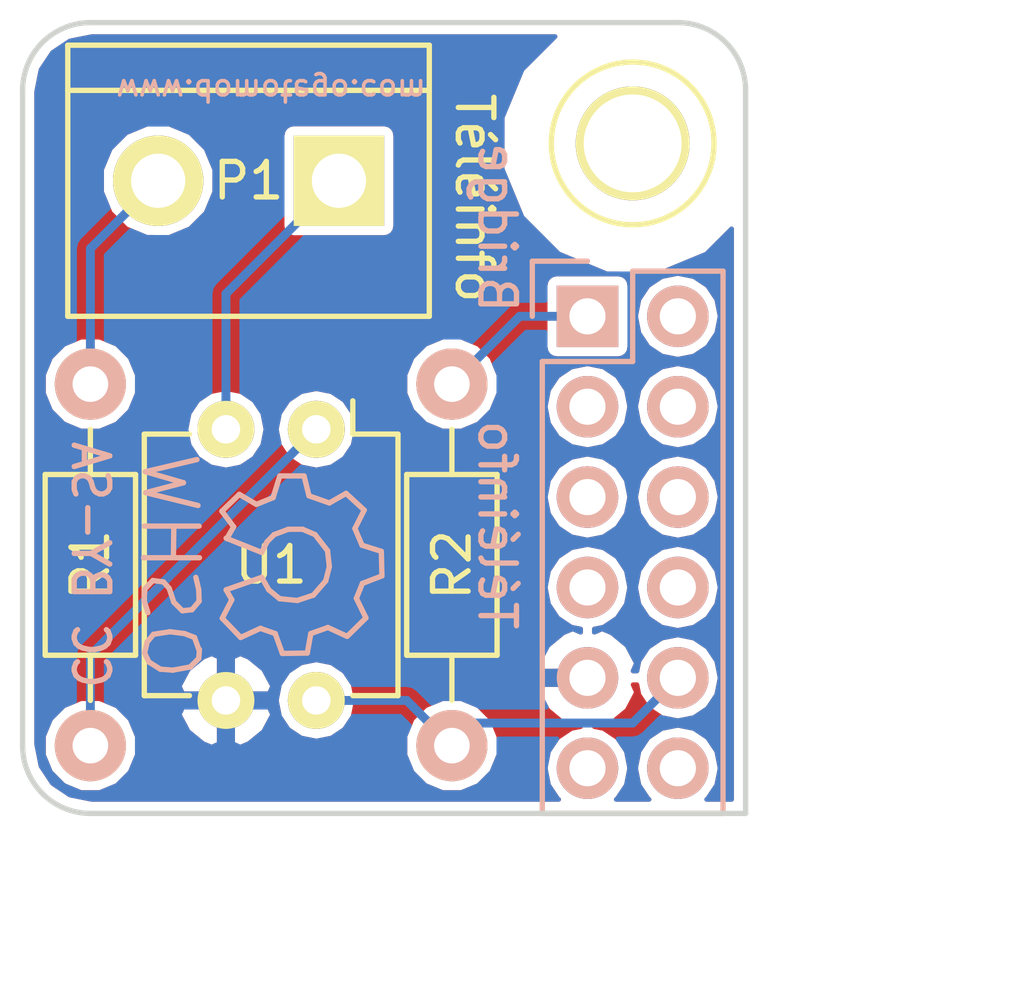
<source format=kicad_pcb>
(kicad_pcb (version 4) (host pcbnew 4.0.1-4.201602100846+6195~38~ubuntu15.10.1-stable)

  (general
    (links 7)
    (no_connects 0)
    (area 158.75 89.045 180.340001 117.843454)
    (thickness 1.6)
    (drawings 13)
    (tracks 14)
    (zones 0)
    (modules 7)
    (nets 16)
  )

  (page A4)
  (title_block
    (title "Téléinfo bridge for RPi")
    (date 2016-02-22)
    (rev 1)
    (company Domotego)
    (comment 1 https://github.com/tiramiseb/domotego_pcbs)
    (comment 2 https://www.domotego.com)
    (comment 4 "CC BY-SA")
  )

  (layers
    (0 F.Cu signal)
    (31 B.Cu signal)
    (32 B.Adhes user)
    (33 F.Adhes user)
    (34 B.Paste user)
    (35 F.Paste user)
    (36 B.SilkS user)
    (37 F.SilkS user)
    (38 B.Mask user)
    (39 F.Mask user)
    (40 Dwgs.User user)
    (41 Cmts.User user)
    (42 Eco1.User user)
    (43 Eco2.User user)
    (44 Edge.Cuts user)
    (45 Margin user)
    (46 B.CrtYd user)
    (47 F.CrtYd user)
    (48 B.Fab user)
    (49 F.Fab user)
  )

  (setup
    (last_trace_width 0.25)
    (trace_clearance 0.2)
    (zone_clearance 0.254)
    (zone_45_only no)
    (trace_min 0.2)
    (segment_width 0.2)
    (edge_width 0.15)
    (via_size 0.6)
    (via_drill 0.4)
    (via_min_size 0.4)
    (via_min_drill 0.3)
    (uvia_size 0.3)
    (uvia_drill 0.1)
    (uvias_allowed no)
    (uvia_min_size 0.2)
    (uvia_min_drill 0.1)
    (pcb_text_width 0.3)
    (pcb_text_size 1.5 1.5)
    (mod_edge_width 0.15)
    (mod_text_size 1 1)
    (mod_text_width 0.15)
    (pad_size 3.2 3.2)
    (pad_drill 2.75)
    (pad_to_mask_clearance 0.2)
    (aux_axis_origin 0 0)
    (visible_elements FFFFFF7F)
    (pcbplotparams
      (layerselection 0x010f0_80000001)
      (usegerberextensions true)
      (excludeedgelayer true)
      (linewidth 0.100000)
      (plotframeref false)
      (viasonmask false)
      (mode 1)
      (useauxorigin false)
      (hpglpennumber 1)
      (hpglpenspeed 20)
      (hpglpendiameter 15)
      (hpglpenoverlay 2)
      (psnegative false)
      (psa4output false)
      (plotreference true)
      (plotvalue true)
      (plotinvisibletext false)
      (padsonsilk false)
      (subtractmaskfromsilk false)
      (outputformat 1)
      (mirror false)
      (drillshape 0)
      (scaleselection 1)
      (outputdirectory ""))
  )

  (net 0 "")
  (net 1 "Net-(P1-Pad1)")
  (net 2 "Net-(P1-Pad2)")
  (net 3 "Net-(P2-Pad1)")
  (net 4 "Net-(R1-Pad1)")
  (net 5 GNDREF)
  (net 6 "Net-(P2-Pad3)")
  (net 7 "Net-(P2-Pad4)")
  (net 8 "Net-(P2-Pad6)")
  (net 9 "Net-(P2-Pad7)")
  (net 10 "Net-(P2-Pad8)")
  (net 11 UART)
  (net 12 "Net-(P2-Pad11)")
  (net 13 "Net-(P2-Pad12)")
  (net 14 "Net-(P2-Pad2)")
  (net 15 "Net-(P2-Pad5)")

  (net_class Default "Ceci est la Netclass par défaut"
    (clearance 0.2)
    (trace_width 0.25)
    (via_dia 0.6)
    (via_drill 0.4)
    (uvia_dia 0.3)
    (uvia_drill 0.1)
    (add_net GNDREF)
    (add_net "Net-(P1-Pad1)")
    (add_net "Net-(P1-Pad2)")
    (add_net "Net-(P2-Pad1)")
    (add_net "Net-(P2-Pad11)")
    (add_net "Net-(P2-Pad12)")
    (add_net "Net-(P2-Pad2)")
    (add_net "Net-(P2-Pad3)")
    (add_net "Net-(P2-Pad4)")
    (add_net "Net-(P2-Pad5)")
    (add_net "Net-(P2-Pad6)")
    (add_net "Net-(P2-Pad7)")
    (add_net "Net-(P2-Pad8)")
    (add_net "Net-(R1-Pad1)")
    (add_net UART)
  )

  (module Connect:bornier2 (layer F.Cu) (tedit 56BC6B3B) (tstamp 56BC6A1A)
    (at 165.735 95.25 180)
    (descr "Bornier d'alimentation 2 pins")
    (tags DEV)
    (path /56BBA00A)
    (fp_text reference P1 (at 0 0 180) (layer F.SilkS)
      (effects (font (size 1 1) (thickness 0.15)))
    )
    (fp_text value CONN_01X02 (at 0 5.08 180) (layer F.Fab) hide
      (effects (font (size 1 1) (thickness 0.15)))
    )
    (fp_line (start 5.08 2.54) (end -5.08 2.54) (layer F.SilkS) (width 0.15))
    (fp_line (start 5.08 3.81) (end 5.08 -3.81) (layer F.SilkS) (width 0.15))
    (fp_line (start 5.08 -3.81) (end -5.08 -3.81) (layer F.SilkS) (width 0.15))
    (fp_line (start -5.08 -3.81) (end -5.08 3.81) (layer F.SilkS) (width 0.15))
    (fp_line (start -5.08 3.81) (end 5.08 3.81) (layer F.SilkS) (width 0.15))
    (pad 1 thru_hole rect (at -2.54 0 180) (size 2.54 2.54) (drill 1.524) (layers *.Cu *.Mask F.SilkS)
      (net 1 "Net-(P1-Pad1)"))
    (pad 2 thru_hole circle (at 2.54 0 180) (size 2.54 2.54) (drill 1.524) (layers *.Cu *.Mask F.SilkS)
      (net 2 "Net-(P1-Pad2)"))
    (model Connect.3dshapes/bornier2.wrl
      (at (xyz 0 0 0))
      (scale (xyz 1 1 1))
      (rotate (xyz 0 0 0))
    )
  )

  (module Housings_DIP:DIP-4_W7.62mm (layer F.Cu) (tedit 56CAEDC9) (tstamp 56BC6A3E)
    (at 167.64 102.235 270)
    (descr "4-lead dip package, row spacing 7.62 mm (300 mils)")
    (tags "dil dip 2.54 300")
    (path /56BB9BD0)
    (fp_text reference U1 (at 3.81 1.27 360) (layer F.SilkS)
      (effects (font (size 1 1) (thickness 0.15)))
    )
    (fp_text value SFH620A (at 0 -3.72 270) (layer F.Fab) hide
      (effects (font (size 1 1) (thickness 0.15)))
    )
    (fp_line (start -1.05 -2.45) (end -1.05 5) (layer F.CrtYd) (width 0.05))
    (fp_line (start 8.65 -2.45) (end 8.65 5) (layer F.CrtYd) (width 0.05))
    (fp_line (start -1.05 -2.45) (end 8.65 -2.45) (layer F.CrtYd) (width 0.05))
    (fp_line (start -1.05 5) (end 8.65 5) (layer F.CrtYd) (width 0.05))
    (fp_line (start 0.135 -2.295) (end 0.135 -1.025) (layer F.SilkS) (width 0.15))
    (fp_line (start 7.485 -2.295) (end 7.485 -1.025) (layer F.SilkS) (width 0.15))
    (fp_line (start 7.485 4.835) (end 7.485 3.565) (layer F.SilkS) (width 0.15))
    (fp_line (start 0.135 4.835) (end 0.135 3.565) (layer F.SilkS) (width 0.15))
    (fp_line (start 0.135 -2.295) (end 7.485 -2.295) (layer F.SilkS) (width 0.15))
    (fp_line (start 0.135 4.835) (end 7.485 4.835) (layer F.SilkS) (width 0.15))
    (fp_line (start 0.135 -1.025) (end -0.8 -1.025) (layer F.SilkS) (width 0.15))
    (pad 1 thru_hole oval (at 0 0 270) (size 1.6 1.6) (drill 0.8) (layers *.Cu *.Mask F.SilkS)
      (net 4 "Net-(R1-Pad1)"))
    (pad 2 thru_hole oval (at 0 2.54 270) (size 1.6 1.6) (drill 0.8) (layers *.Cu *.Mask F.SilkS)
      (net 1 "Net-(P1-Pad1)"))
    (pad 3 thru_hole oval (at 7.62 2.54 270) (size 1.6 1.6) (drill 0.8) (layers *.Cu *.Mask F.SilkS)
      (net 5 GNDREF))
    (pad 4 thru_hole oval (at 7.62 0 270) (size 1.6 1.6) (drill 0.8) (layers *.Cu *.Mask F.SilkS)
      (net 11 UART))
    (model Housings_DIP.3dshapes/DIP-4_W7.62mm.wrl
      (at (xyz 0 0 0))
      (scale (xyz 1 1 1))
      (rotate (xyz 0 0 0))
    )
  )

  (module Resistors_ThroughHole:Resistor_Horizontal_RM10mm (layer F.Cu) (tedit 56BC6B4D) (tstamp 56BC6A30)
    (at 161.29 111.125 90)
    (descr "Resistor, Axial,  RM 10mm, 1/3W")
    (tags "Resistor Axial RM 10mm 1/3W")
    (path /56BB9C70)
    (fp_text reference R1 (at 5.08 0 90) (layer F.SilkS)
      (effects (font (size 1 1) (thickness 0.15)))
    )
    (fp_text value 1.2k (at 5.08 3.81 90) (layer F.Fab) hide
      (effects (font (size 1 1) (thickness 0.15)))
    )
    (fp_line (start -1.25 -1.5) (end 11.4 -1.5) (layer F.CrtYd) (width 0.05))
    (fp_line (start -1.25 1.5) (end -1.25 -1.5) (layer F.CrtYd) (width 0.05))
    (fp_line (start 11.4 -1.5) (end 11.4 1.5) (layer F.CrtYd) (width 0.05))
    (fp_line (start -1.25 1.5) (end 11.4 1.5) (layer F.CrtYd) (width 0.05))
    (fp_line (start 2.54 -1.27) (end 7.62 -1.27) (layer F.SilkS) (width 0.15))
    (fp_line (start 7.62 -1.27) (end 7.62 1.27) (layer F.SilkS) (width 0.15))
    (fp_line (start 7.62 1.27) (end 2.54 1.27) (layer F.SilkS) (width 0.15))
    (fp_line (start 2.54 1.27) (end 2.54 -1.27) (layer F.SilkS) (width 0.15))
    (fp_line (start 2.54 0) (end 1.27 0) (layer F.SilkS) (width 0.15))
    (fp_line (start 7.62 0) (end 8.89 0) (layer F.SilkS) (width 0.15))
    (pad 1 thru_hole circle (at 0 0 90) (size 1.99898 1.99898) (drill 1.00076) (layers *.Cu *.SilkS *.Mask)
      (net 4 "Net-(R1-Pad1)"))
    (pad 2 thru_hole circle (at 10.16 0 90) (size 1.99898 1.99898) (drill 1.00076) (layers *.Cu *.SilkS *.Mask)
      (net 2 "Net-(P1-Pad2)"))
    (model Resistors_ThroughHole.3dshapes/Resistor_Horizontal_RM10mm.wrl
      (at (xyz 0.2 0 0))
      (scale (xyz 0.4 0.4 0.4))
      (rotate (xyz 0 0 0))
    )
  )

  (module Socket_Strips:Socket_Strip_Straight_2x06 (layer B.Cu) (tedit 56BC6B98) (tstamp 56BC6A2A)
    (at 175.26 99.06 270)
    (descr "Through hole socket strip")
    (tags "socket strip")
    (path /56BC6909)
    (fp_text reference P2 (at 0 5.1 270) (layer B.SilkS) hide
      (effects (font (size 1 1) (thickness 0.15)) (justify mirror))
    )
    (fp_text value CONN_02X06 (at 0 3.1 270) (layer B.Fab) hide
      (effects (font (size 1 1) (thickness 0.15)) (justify mirror))
    )
    (fp_line (start -1.75 1.75) (end -1.75 -4.3) (layer B.CrtYd) (width 0.05))
    (fp_line (start 14.45 1.75) (end 14.45 -4.3) (layer B.CrtYd) (width 0.05))
    (fp_line (start -1.75 1.75) (end 14.45 1.75) (layer B.CrtYd) (width 0.05))
    (fp_line (start -1.75 -4.3) (end 14.45 -4.3) (layer B.CrtYd) (width 0.05))
    (fp_line (start 13.97 -3.81) (end -1.27 -3.81) (layer B.SilkS) (width 0.15))
    (fp_line (start 1.27 1.27) (end 13.97 1.27) (layer B.SilkS) (width 0.15))
    (fp_line (start 13.97 -3.81) (end 13.97 1.27) (layer B.SilkS) (width 0.15))
    (fp_line (start -1.27 -3.81) (end -1.27 -1.27) (layer B.SilkS) (width 0.15))
    (fp_line (start 0 1.55) (end -1.55 1.55) (layer B.SilkS) (width 0.15))
    (fp_line (start -1.27 -1.27) (end 1.27 -1.27) (layer B.SilkS) (width 0.15))
    (fp_line (start 1.27 -1.27) (end 1.27 1.27) (layer B.SilkS) (width 0.15))
    (fp_line (start -1.55 1.55) (end -1.55 0) (layer B.SilkS) (width 0.15))
    (pad 1 thru_hole rect (at 0 0 270) (size 1.7272 1.7272) (drill 1.016) (layers *.Cu *.Mask B.SilkS)
      (net 3 "Net-(P2-Pad1)"))
    (pad 2 thru_hole oval (at 0 -2.54 270) (size 1.7272 1.7272) (drill 1.016) (layers *.Cu *.Mask B.SilkS)
      (net 14 "Net-(P2-Pad2)"))
    (pad 3 thru_hole oval (at 2.54 0 270) (size 1.7272 1.7272) (drill 1.016) (layers *.Cu *.Mask B.SilkS)
      (net 6 "Net-(P2-Pad3)"))
    (pad 4 thru_hole oval (at 2.54 -2.54 270) (size 1.7272 1.7272) (drill 1.016) (layers *.Cu *.Mask B.SilkS)
      (net 7 "Net-(P2-Pad4)"))
    (pad 5 thru_hole oval (at 5.08 0 270) (size 1.7272 1.7272) (drill 1.016) (layers *.Cu *.Mask B.SilkS)
      (net 15 "Net-(P2-Pad5)"))
    (pad 6 thru_hole oval (at 5.08 -2.54 270) (size 1.7272 1.7272) (drill 1.016) (layers *.Cu *.Mask B.SilkS)
      (net 8 "Net-(P2-Pad6)"))
    (pad 7 thru_hole oval (at 7.62 0 270) (size 1.7272 1.7272) (drill 1.016) (layers *.Cu *.Mask B.SilkS)
      (net 9 "Net-(P2-Pad7)"))
    (pad 8 thru_hole oval (at 7.62 -2.54 270) (size 1.7272 1.7272) (drill 1.016) (layers *.Cu *.Mask B.SilkS)
      (net 10 "Net-(P2-Pad8)"))
    (pad 9 thru_hole oval (at 10.16 0 270) (size 1.7272 1.7272) (drill 1.016) (layers *.Cu *.Mask B.SilkS)
      (net 5 GNDREF))
    (pad 10 thru_hole oval (at 10.16 -2.54 270) (size 1.7272 1.7272) (drill 1.016) (layers *.Cu *.Mask B.SilkS)
      (net 11 UART))
    (pad 11 thru_hole oval (at 12.7 0 270) (size 1.7272 1.7272) (drill 1.016) (layers *.Cu *.Mask B.SilkS)
      (net 12 "Net-(P2-Pad11)"))
    (pad 12 thru_hole oval (at 12.7 -2.54 270) (size 1.7272 1.7272) (drill 1.016) (layers *.Cu *.Mask B.SilkS)
      (net 13 "Net-(P2-Pad12)"))
    (model Socket_Strips.3dshapes/Socket_Strip_Straight_2x06.wrl
      (at (xyz 0.25 -0.05 0))
      (scale (xyz 1 1 1))
      (rotate (xyz 0 0 180))
    )
  )

  (module Resistors_ThroughHole:Resistor_Horizontal_RM10mm (layer F.Cu) (tedit 56BC6B46) (tstamp 56BC6A36)
    (at 171.45 100.965 270)
    (descr "Resistor, Axial,  RM 10mm, 1/3W")
    (tags "Resistor Axial RM 10mm 1/3W")
    (path /56BB9CC9)
    (fp_text reference R2 (at 5.08 0 270) (layer F.SilkS)
      (effects (font (size 1 1) (thickness 0.15)))
    )
    (fp_text value 3.3k (at 5.08 3.81 270) (layer F.Fab) hide
      (effects (font (size 1 1) (thickness 0.15)))
    )
    (fp_line (start -1.25 -1.5) (end 11.4 -1.5) (layer F.CrtYd) (width 0.05))
    (fp_line (start -1.25 1.5) (end -1.25 -1.5) (layer F.CrtYd) (width 0.05))
    (fp_line (start 11.4 -1.5) (end 11.4 1.5) (layer F.CrtYd) (width 0.05))
    (fp_line (start -1.25 1.5) (end 11.4 1.5) (layer F.CrtYd) (width 0.05))
    (fp_line (start 2.54 -1.27) (end 7.62 -1.27) (layer F.SilkS) (width 0.15))
    (fp_line (start 7.62 -1.27) (end 7.62 1.27) (layer F.SilkS) (width 0.15))
    (fp_line (start 7.62 1.27) (end 2.54 1.27) (layer F.SilkS) (width 0.15))
    (fp_line (start 2.54 1.27) (end 2.54 -1.27) (layer F.SilkS) (width 0.15))
    (fp_line (start 2.54 0) (end 1.27 0) (layer F.SilkS) (width 0.15))
    (fp_line (start 7.62 0) (end 8.89 0) (layer F.SilkS) (width 0.15))
    (pad 1 thru_hole circle (at 0 0 270) (size 1.99898 1.99898) (drill 1.00076) (layers *.Cu *.SilkS *.Mask)
      (net 3 "Net-(P2-Pad1)"))
    (pad 2 thru_hole circle (at 10.16 0 270) (size 1.99898 1.99898) (drill 1.00076) (layers *.Cu *.SilkS *.Mask)
      (net 11 UART))
    (model Resistors_ThroughHole.3dshapes/Resistor_Horizontal_RM10mm.wrl
      (at (xyz 0.2 0 0))
      (scale (xyz 0.4 0.4 0.4))
      (rotate (xyz 0 0 0))
    )
  )

  (module Symbols:Symbol_OSHW-Logo_SilkScreen (layer B.Cu) (tedit 56BC7717) (tstamp 56BC76F8)
    (at 167.005 106.045 90)
    (descr "Symbol, OSHW-Logo, Silk Screen,")
    (tags "Symbol, OSHW-Logo, Silk Screen,")
    (fp_text reference REF** (at 0.09906 4.38912 90) (layer B.SilkS) hide
      (effects (font (size 1 1) (thickness 0.15)) (justify mirror))
    )
    (fp_text value Symbol_OSHW-Logo_SilkScreen (at 0.30988 -6.56082 90) (layer B.Fab) hide
      (effects (font (size 1 1) (thickness 0.15)) (justify mirror))
    )
    (fp_line (start 1.66878 -2.68986) (end 2.02946 -4.16052) (layer B.SilkS) (width 0.15))
    (fp_line (start 2.02946 -4.16052) (end 2.30886 -3.0988) (layer B.SilkS) (width 0.15))
    (fp_line (start 2.30886 -3.0988) (end 2.61874 -4.17068) (layer B.SilkS) (width 0.15))
    (fp_line (start 2.61874 -4.17068) (end 2.9591 -2.72034) (layer B.SilkS) (width 0.15))
    (fp_line (start 0.24892 -3.38074) (end 1.03886 -3.37058) (layer B.SilkS) (width 0.15))
    (fp_line (start 1.03886 -3.37058) (end 1.04902 -3.38074) (layer B.SilkS) (width 0.15))
    (fp_line (start 1.04902 -3.38074) (end 1.04902 -3.37058) (layer B.SilkS) (width 0.15))
    (fp_line (start 1.08966 -2.65938) (end 1.08966 -4.20116) (layer B.SilkS) (width 0.15))
    (fp_line (start 0.20066 -2.64922) (end 0.20066 -4.21894) (layer B.SilkS) (width 0.15))
    (fp_line (start 0.20066 -4.21894) (end 0.21082 -4.20878) (layer B.SilkS) (width 0.15))
    (fp_line (start -0.35052 -2.75082) (end -0.70104 -2.66954) (layer B.SilkS) (width 0.15))
    (fp_line (start -0.70104 -2.66954) (end -1.02108 -2.65938) (layer B.SilkS) (width 0.15))
    (fp_line (start -1.02108 -2.65938) (end -1.25984 -2.86004) (layer B.SilkS) (width 0.15))
    (fp_line (start -1.25984 -2.86004) (end -1.29032 -3.12928) (layer B.SilkS) (width 0.15))
    (fp_line (start -1.29032 -3.12928) (end -1.04902 -3.37058) (layer B.SilkS) (width 0.15))
    (fp_line (start -1.04902 -3.37058) (end -0.6604 -3.50012) (layer B.SilkS) (width 0.15))
    (fp_line (start -0.6604 -3.50012) (end -0.48006 -3.66014) (layer B.SilkS) (width 0.15))
    (fp_line (start -0.48006 -3.66014) (end -0.43942 -3.95986) (layer B.SilkS) (width 0.15))
    (fp_line (start -0.43942 -3.95986) (end -0.67056 -4.18084) (layer B.SilkS) (width 0.15))
    (fp_line (start -0.67056 -4.18084) (end -0.9906 -4.20878) (layer B.SilkS) (width 0.15))
    (fp_line (start -0.9906 -4.20878) (end -1.34112 -4.09956) (layer B.SilkS) (width 0.15))
    (fp_line (start -2.37998 -2.64922) (end -2.6289 -2.66954) (layer B.SilkS) (width 0.15))
    (fp_line (start -2.6289 -2.66954) (end -2.8702 -2.91084) (layer B.SilkS) (width 0.15))
    (fp_line (start -2.8702 -2.91084) (end -2.9591 -3.40106) (layer B.SilkS) (width 0.15))
    (fp_line (start -2.9591 -3.40106) (end -2.93116 -3.74904) (layer B.SilkS) (width 0.15))
    (fp_line (start -2.93116 -3.74904) (end -2.7305 -4.06908) (layer B.SilkS) (width 0.15))
    (fp_line (start -2.7305 -4.06908) (end -2.47904 -4.191) (layer B.SilkS) (width 0.15))
    (fp_line (start -2.47904 -4.191) (end -2.16916 -4.11988) (layer B.SilkS) (width 0.15))
    (fp_line (start -2.16916 -4.11988) (end -1.95072 -3.93954) (layer B.SilkS) (width 0.15))
    (fp_line (start -1.95072 -3.93954) (end -1.8796 -3.4798) (layer B.SilkS) (width 0.15))
    (fp_line (start -1.8796 -3.4798) (end -1.9304 -3.07086) (layer B.SilkS) (width 0.15))
    (fp_line (start -1.9304 -3.07086) (end -2.03962 -2.78892) (layer B.SilkS) (width 0.15))
    (fp_line (start -2.03962 -2.78892) (end -2.4003 -2.65938) (layer B.SilkS) (width 0.15))
    (fp_line (start -1.78054 -0.92964) (end -2.03962 -1.49098) (layer B.SilkS) (width 0.15))
    (fp_line (start -2.03962 -1.49098) (end -1.50114 -2.00914) (layer B.SilkS) (width 0.15))
    (fp_line (start -1.50114 -2.00914) (end -0.98044 -1.7399) (layer B.SilkS) (width 0.15))
    (fp_line (start -0.98044 -1.7399) (end -0.70104 -1.89992) (layer B.SilkS) (width 0.15))
    (fp_line (start 0.73914 -1.8796) (end 1.06934 -1.6891) (layer B.SilkS) (width 0.15))
    (fp_line (start 1.06934 -1.6891) (end 1.50876 -2.0193) (layer B.SilkS) (width 0.15))
    (fp_line (start 1.50876 -2.0193) (end 1.9812 -1.52908) (layer B.SilkS) (width 0.15))
    (fp_line (start 1.9812 -1.52908) (end 1.69926 -1.04902) (layer B.SilkS) (width 0.15))
    (fp_line (start 1.69926 -1.04902) (end 1.88976 -0.57912) (layer B.SilkS) (width 0.15))
    (fp_line (start 1.88976 -0.57912) (end 2.49936 -0.39116) (layer B.SilkS) (width 0.15))
    (fp_line (start 2.49936 -0.39116) (end 2.49936 0.28956) (layer B.SilkS) (width 0.15))
    (fp_line (start 2.49936 0.28956) (end 1.94056 0.42926) (layer B.SilkS) (width 0.15))
    (fp_line (start 1.94056 0.42926) (end 1.7399 1.00076) (layer B.SilkS) (width 0.15))
    (fp_line (start 1.7399 1.00076) (end 2.00914 1.47066) (layer B.SilkS) (width 0.15))
    (fp_line (start 2.00914 1.47066) (end 1.53924 1.9812) (layer B.SilkS) (width 0.15))
    (fp_line (start 1.53924 1.9812) (end 1.02108 1.71958) (layer B.SilkS) (width 0.15))
    (fp_line (start 1.02108 1.71958) (end 0.55118 1.92024) (layer B.SilkS) (width 0.15))
    (fp_line (start 0.55118 1.92024) (end 0.381 2.46126) (layer B.SilkS) (width 0.15))
    (fp_line (start 0.381 2.46126) (end -0.30988 2.47904) (layer B.SilkS) (width 0.15))
    (fp_line (start -0.30988 2.47904) (end -0.5207 1.9304) (layer B.SilkS) (width 0.15))
    (fp_line (start -0.5207 1.9304) (end -0.9398 1.76022) (layer B.SilkS) (width 0.15))
    (fp_line (start -0.9398 1.76022) (end -1.49098 2.02946) (layer B.SilkS) (width 0.15))
    (fp_line (start -1.49098 2.02946) (end -2.00914 1.50114) (layer B.SilkS) (width 0.15))
    (fp_line (start -2.00914 1.50114) (end -1.76022 0.96012) (layer B.SilkS) (width 0.15))
    (fp_line (start -1.76022 0.96012) (end -1.9304 0.48006) (layer B.SilkS) (width 0.15))
    (fp_line (start -1.9304 0.48006) (end -2.47904 0.381) (layer B.SilkS) (width 0.15))
    (fp_line (start -2.47904 0.381) (end -2.4892 -0.32004) (layer B.SilkS) (width 0.15))
    (fp_line (start -2.4892 -0.32004) (end -1.9304 -0.5207) (layer B.SilkS) (width 0.15))
    (fp_line (start -1.9304 -0.5207) (end -1.7907 -0.91948) (layer B.SilkS) (width 0.15))
    (fp_line (start 0.35052 -0.89916) (end 0.65024 -0.7493) (layer B.SilkS) (width 0.15))
    (fp_line (start 0.65024 -0.7493) (end 0.8509 -0.55118) (layer B.SilkS) (width 0.15))
    (fp_line (start 0.8509 -0.55118) (end 1.00076 -0.14986) (layer B.SilkS) (width 0.15))
    (fp_line (start 1.00076 -0.14986) (end 1.00076 0.24892) (layer B.SilkS) (width 0.15))
    (fp_line (start 1.00076 0.24892) (end 0.8509 0.59944) (layer B.SilkS) (width 0.15))
    (fp_line (start 0.8509 0.59944) (end 0.39878 0.94996) (layer B.SilkS) (width 0.15))
    (fp_line (start 0.39878 0.94996) (end -0.0508 1.00076) (layer B.SilkS) (width 0.15))
    (fp_line (start -0.0508 1.00076) (end -0.44958 0.89916) (layer B.SilkS) (width 0.15))
    (fp_line (start -0.44958 0.89916) (end -0.8509 0.55118) (layer B.SilkS) (width 0.15))
    (fp_line (start -0.8509 0.55118) (end -1.00076 0.09906) (layer B.SilkS) (width 0.15))
    (fp_line (start -1.00076 0.09906) (end -0.94996 -0.39878) (layer B.SilkS) (width 0.15))
    (fp_line (start -0.94996 -0.39878) (end -0.70104 -0.70104) (layer B.SilkS) (width 0.15))
    (fp_line (start -0.70104 -0.70104) (end -0.35052 -0.89916) (layer B.SilkS) (width 0.15))
    (fp_line (start -0.35052 -0.89916) (end -0.70104 -1.89992) (layer B.SilkS) (width 0.15))
    (fp_line (start 0.35052 -0.89916) (end 0.7493 -1.89992) (layer B.SilkS) (width 0.15))
  )

  (module Connect:1pin (layer F.Cu) (tedit 56CAFC50) (tstamp 56CAF064)
    (at 176.53 94.2)
    (descr "module 1 pin (ou trou mecanique de percage)")
    (tags DEV)
    (fp_text reference REF** (at 0 -3.048) (layer F.SilkS) hide
      (effects (font (size 1 1) (thickness 0.15)))
    )
    (fp_text value 1pin (at 0 2.794) (layer F.Fab) hide
      (effects (font (size 1 1) (thickness 0.15)))
    )
    (fp_circle (center 0 0) (end 0 -2.286) (layer F.SilkS) (width 0.15))
    (pad 1 thru_hole circle (at 0 0) (size 3.2 3.2) (drill 2.75) (layers *.Cu *.Mask F.SilkS)
      (clearance 2))
  )

  (dimension 20.32 (width 0.3) (layer Cmts.User)
    (gr_text "20,320 mm" (at 169.545 118.825) (layer Cmts.User)
      (effects (font (size 1.5 1.5) (thickness 0.3)))
    )
    (feature1 (pts (xy 179.705 114.935) (xy 179.705 120.175)))
    (feature2 (pts (xy 159.385 114.935) (xy 159.385 120.175)))
    (crossbar (pts (xy 159.385 117.475) (xy 179.705 117.475)))
    (arrow1a (pts (xy 179.705 117.475) (xy 178.578496 118.061421)))
    (arrow1b (pts (xy 179.705 117.475) (xy 178.578496 116.888579)))
    (arrow2a (pts (xy 159.385 117.475) (xy 160.511504 118.061421)))
    (arrow2b (pts (xy 159.385 117.475) (xy 160.511504 116.888579)))
  )
  (dimension 22.225 (width 0.3) (layer Cmts.User)
    (gr_text "22,225 mm" (at 184.865 101.9175 270) (layer Cmts.User)
      (effects (font (size 1.5 1.5) (thickness 0.3)))
    )
    (feature1 (pts (xy 181.61 113.03) (xy 186.215 113.03)))
    (feature2 (pts (xy 181.61 90.805) (xy 186.215 90.805)))
    (crossbar (pts (xy 183.515 90.805) (xy 183.515 113.03)))
    (arrow1a (pts (xy 183.515 113.03) (xy 182.928579 111.903496)))
    (arrow1b (pts (xy 183.515 113.03) (xy 184.101421 111.903496)))
    (arrow2a (pts (xy 183.515 90.805) (xy 182.928579 91.931504)))
    (arrow2b (pts (xy 183.515 90.805) (xy 184.101421 91.931504)))
  )
  (gr_text "CC BY-SA" (at 161.29 106.045 270) (layer B.SilkS)
    (effects (font (size 1 0.9) (thickness 0.15)) (justify mirror))
  )
  (gr_line (start 177.8 90.805) (end 161.29 90.805) (angle 90) (layer Edge.Cuts) (width 0.15))
  (gr_line (start 159.385 111.125) (end 159.385 92.71) (angle 90) (layer Edge.Cuts) (width 0.15))
  (gr_line (start 179.705 92.71) (end 179.705 113.03) (angle 90) (layer Edge.Cuts) (width 0.15))
  (gr_line (start 179.705 113.03) (end 161.29 113.03) (angle 90) (layer Edge.Cuts) (width 0.15))
  (gr_arc (start 161.29 111.125) (end 161.29 113.03) (angle 90) (layer Edge.Cuts) (width 0.15))
  (gr_arc (start 177.8 92.71) (end 177.8 90.805) (angle 90) (layer Edge.Cuts) (width 0.15))
  (gr_arc (start 161.29 92.71) (end 159.385 92.71) (angle 90) (layer Edge.Cuts) (width 0.15))
  (gr_text Téléinfo (at 172.085 92.71 270) (layer F.SilkS)
    (effects (font (size 1 1) (thickness 0.15)) (justify left))
  )
  (gr_text www.domotego.com (at 166.37 92.71 180) (layer B.SilkS)
    (effects (font (size 0.6 0.6) (thickness 0.1)) (justify mirror))
  )
  (gr_text "Téléinfo    Bridge" (at 172.72 107.95 270) (layer B.SilkS)
    (effects (font (size 1 1) (thickness 0.15)) (justify left mirror))
  )

  (segment (start 165.1 102.235) (end 165.1 98.425) (width 0.25) (layer B.Cu) (net 1))
  (segment (start 165.1 98.425) (end 168.275 95.25) (width 0.25) (layer B.Cu) (net 1) (tstamp 56CAF155))
  (segment (start 161.29 100.965) (end 161.29 97.155) (width 0.25) (layer B.Cu) (net 2))
  (segment (start 161.29 97.155) (end 163.195 95.25) (width 0.25) (layer B.Cu) (net 2) (tstamp 56CAF151))
  (segment (start 175.26 99.06) (end 173.355 99.06) (width 0.25) (layer B.Cu) (net 3))
  (segment (start 173.355 99.06) (end 171.45 100.965) (width 0.25) (layer B.Cu) (net 3) (tstamp 56CAF168))
  (segment (start 175.26 99.06) (end 174.625 99.06) (width 0.25) (layer B.Cu) (net 3) (status 30))
  (segment (start 161.29 111.125) (end 161.29 108.585) (width 0.25) (layer B.Cu) (net 4))
  (segment (start 161.29 108.585) (end 167.64 102.235) (width 0.25) (layer B.Cu) (net 4) (tstamp 56CAF159))
  (segment (start 167.64 109.855) (end 170.18 109.855) (width 0.25) (layer B.Cu) (net 11))
  (segment (start 170.18 109.855) (end 171.45 111.125) (width 0.25) (layer B.Cu) (net 11) (tstamp 56CAF164))
  (segment (start 177.8 109.22) (end 176.53 110.49) (width 0.25) (layer B.Cu) (net 11))
  (segment (start 176.53 110.49) (end 172.085 110.49) (width 0.25) (layer B.Cu) (net 11) (tstamp 56CAF15F))
  (segment (start 172.085 110.49) (end 171.45 111.125) (width 0.25) (layer B.Cu) (net 11) (tstamp 56CAF160))

  (zone (net 5) (net_name GNDREF) (layer F.Cu) (tstamp 56CAFB1E) (hatch edge 0.508)
    (connect_pads (clearance 0.254))
    (min_thickness 0.127)
    (fill yes (arc_segments 16) (thermal_gap 0.508) (thermal_bridge_width 0.508))
    (polygon
      (pts
        (xy 158.75 90.17) (xy 180.34 90.17) (xy 180.34 113.665) (xy 158.75 113.665)
      )
    )
    (filled_polygon
      (pts
        (xy 173.426047 92.122085) (xy 172.867138 93.468088) (xy 172.865866 94.925518) (xy 173.422425 96.272495) (xy 174.452085 97.303953)
        (xy 175.798088 97.862862) (xy 177.255518 97.864134) (xy 178.602495 97.307575) (xy 179.3125 96.598808) (xy 179.3125 112.6375)
        (xy 178.606434 112.6375) (xy 178.635164 112.618303) (xy 178.891194 112.235126) (xy 178.9811 111.783139) (xy 178.9811 111.736861)
        (xy 178.891194 111.284874) (xy 178.635164 110.901697) (xy 178.251987 110.645667) (xy 177.8 110.555761) (xy 177.348013 110.645667)
        (xy 176.964836 110.901697) (xy 176.708806 111.284874) (xy 176.6189 111.736861) (xy 176.6189 111.783139) (xy 176.708806 112.235126)
        (xy 176.964836 112.618303) (xy 176.993566 112.6375) (xy 176.066434 112.6375) (xy 176.095164 112.618303) (xy 176.351194 112.235126)
        (xy 176.4411 111.783139) (xy 176.4411 111.736861) (xy 176.351194 111.284874) (xy 176.095164 110.901697) (xy 175.711987 110.645667)
        (xy 175.450502 110.593654) (xy 175.450502 110.498107) (xy 175.670667 110.595087) (xy 175.941957 110.48273) (xy 176.373272 110.125637)
        (xy 176.635102 109.630669) (xy 176.539541 109.410502) (xy 176.652191 109.410502) (xy 176.708806 109.695126) (xy 176.964836 110.078303)
        (xy 177.348013 110.334333) (xy 177.8 110.424239) (xy 178.251987 110.334333) (xy 178.635164 110.078303) (xy 178.891194 109.695126)
        (xy 178.9811 109.243139) (xy 178.9811 109.196861) (xy 178.891194 108.744874) (xy 178.635164 108.361697) (xy 178.251987 108.105667)
        (xy 177.8 108.015761) (xy 177.348013 108.105667) (xy 176.964836 108.361697) (xy 176.708806 108.744874) (xy 176.652191 109.029498)
        (xy 176.539541 109.029498) (xy 176.635102 108.809331) (xy 176.373272 108.314363) (xy 175.941957 107.95727) (xy 175.670667 107.844913)
        (xy 175.450502 107.941893) (xy 175.450502 107.846346) (xy 175.711987 107.794333) (xy 176.095164 107.538303) (xy 176.351194 107.155126)
        (xy 176.4411 106.703139) (xy 176.4411 106.656861) (xy 176.6189 106.656861) (xy 176.6189 106.703139) (xy 176.708806 107.155126)
        (xy 176.964836 107.538303) (xy 177.348013 107.794333) (xy 177.8 107.884239) (xy 178.251987 107.794333) (xy 178.635164 107.538303)
        (xy 178.891194 107.155126) (xy 178.9811 106.703139) (xy 178.9811 106.656861) (xy 178.891194 106.204874) (xy 178.635164 105.821697)
        (xy 178.251987 105.565667) (xy 177.8 105.475761) (xy 177.348013 105.565667) (xy 176.964836 105.821697) (xy 176.708806 106.204874)
        (xy 176.6189 106.656861) (xy 176.4411 106.656861) (xy 176.351194 106.204874) (xy 176.095164 105.821697) (xy 175.711987 105.565667)
        (xy 175.26 105.475761) (xy 174.808013 105.565667) (xy 174.424836 105.821697) (xy 174.168806 106.204874) (xy 174.0789 106.656861)
        (xy 174.0789 106.703139) (xy 174.168806 107.155126) (xy 174.424836 107.538303) (xy 174.808013 107.794333) (xy 175.069498 107.846346)
        (xy 175.069498 107.941893) (xy 174.849333 107.844913) (xy 174.578043 107.95727) (xy 174.146728 108.314363) (xy 173.884898 108.809331)
        (xy 173.98046 109.0295) (xy 175.0695 109.0295) (xy 175.0695 109.0095) (xy 175.4505 109.0095) (xy 175.4505 109.0295)
        (xy 175.4705 109.0295) (xy 175.4705 109.4105) (xy 175.4505 109.4105) (xy 175.4505 109.4305) (xy 175.0695 109.4305)
        (xy 175.0695 109.4105) (xy 173.98046 109.4105) (xy 173.884898 109.630669) (xy 174.146728 110.125637) (xy 174.578043 110.48273)
        (xy 174.849333 110.595087) (xy 175.069498 110.498107) (xy 175.069498 110.593654) (xy 174.808013 110.645667) (xy 174.424836 110.901697)
        (xy 174.168806 111.284874) (xy 174.0789 111.736861) (xy 174.0789 111.783139) (xy 174.168806 112.235126) (xy 174.424836 112.618303)
        (xy 174.453566 112.6375) (xy 161.328657 112.6375) (xy 160.714136 112.515265) (xy 160.225937 112.18906) (xy 159.899735 111.700864)
        (xy 159.837069 111.385816) (xy 159.972782 111.385816) (xy 160.172859 111.87004) (xy 160.543011 112.240838) (xy 161.026885 112.441761)
        (xy 161.550816 112.442218) (xy 162.03504 112.242141) (xy 162.405838 111.871989) (xy 162.606761 111.388115) (xy 162.606763 111.385816)
        (xy 170.132782 111.385816) (xy 170.332859 111.87004) (xy 170.703011 112.240838) (xy 171.186885 112.441761) (xy 171.710816 112.442218)
        (xy 172.19504 112.242141) (xy 172.565838 111.871989) (xy 172.766761 111.388115) (xy 172.767218 110.864184) (xy 172.567141 110.37996)
        (xy 172.196989 110.009162) (xy 171.713115 109.808239) (xy 171.189184 109.807782) (xy 170.70496 110.007859) (xy 170.334162 110.378011)
        (xy 170.133239 110.861885) (xy 170.132782 111.385816) (xy 162.606763 111.385816) (xy 162.607218 110.864184) (xy 162.407141 110.37996)
        (xy 162.283025 110.255627) (xy 163.788302 110.255627) (xy 164.041462 110.727096) (xy 164.455775 111.065797) (xy 164.699375 111.166682)
        (xy 164.9095 111.068767) (xy 164.9095 110.0455) (xy 165.2905 110.0455) (xy 165.2905 111.068767) (xy 165.500625 111.166682)
        (xy 165.744225 111.065797) (xy 166.158538 110.727096) (xy 166.411698 110.255627) (xy 166.315346 110.0455) (xy 165.2905 110.0455)
        (xy 164.9095 110.0455) (xy 163.884654 110.0455) (xy 163.788302 110.255627) (xy 162.283025 110.255627) (xy 162.036989 110.009162)
        (xy 161.613004 109.833107) (xy 166.5225 109.833107) (xy 166.5225 109.876893) (xy 166.607565 110.304542) (xy 166.849808 110.667085)
        (xy 167.212351 110.909328) (xy 167.64 110.994393) (xy 168.067649 110.909328) (xy 168.430192 110.667085) (xy 168.672435 110.304542)
        (xy 168.7575 109.876893) (xy 168.7575 109.833107) (xy 168.672435 109.405458) (xy 168.430192 109.042915) (xy 168.067649 108.800672)
        (xy 167.64 108.715607) (xy 167.212351 108.800672) (xy 166.849808 109.042915) (xy 166.607565 109.405458) (xy 166.5225 109.833107)
        (xy 161.613004 109.833107) (xy 161.553115 109.808239) (xy 161.029184 109.807782) (xy 160.54496 110.007859) (xy 160.174162 110.378011)
        (xy 159.973239 110.861885) (xy 159.972782 111.385816) (xy 159.837069 111.385816) (xy 159.7775 111.086343) (xy 159.7775 109.454373)
        (xy 163.788302 109.454373) (xy 163.884654 109.6645) (xy 164.9095 109.6645) (xy 164.9095 108.641233) (xy 165.2905 108.641233)
        (xy 165.2905 109.6645) (xy 166.315346 109.6645) (xy 166.411698 109.454373) (xy 166.158538 108.982904) (xy 165.744225 108.644203)
        (xy 165.500625 108.543318) (xy 165.2905 108.641233) (xy 164.9095 108.641233) (xy 164.699375 108.543318) (xy 164.455775 108.644203)
        (xy 164.041462 108.982904) (xy 163.788302 109.454373) (xy 159.7775 109.454373) (xy 159.7775 104.116861) (xy 174.0789 104.116861)
        (xy 174.0789 104.163139) (xy 174.168806 104.615126) (xy 174.424836 104.998303) (xy 174.808013 105.254333) (xy 175.26 105.344239)
        (xy 175.711987 105.254333) (xy 176.095164 104.998303) (xy 176.351194 104.615126) (xy 176.4411 104.163139) (xy 176.4411 104.116861)
        (xy 176.6189 104.116861) (xy 176.6189 104.163139) (xy 176.708806 104.615126) (xy 176.964836 104.998303) (xy 177.348013 105.254333)
        (xy 177.8 105.344239) (xy 178.251987 105.254333) (xy 178.635164 104.998303) (xy 178.891194 104.615126) (xy 178.9811 104.163139)
        (xy 178.9811 104.116861) (xy 178.891194 103.664874) (xy 178.635164 103.281697) (xy 178.251987 103.025667) (xy 177.8 102.935761)
        (xy 177.348013 103.025667) (xy 176.964836 103.281697) (xy 176.708806 103.664874) (xy 176.6189 104.116861) (xy 176.4411 104.116861)
        (xy 176.351194 103.664874) (xy 176.095164 103.281697) (xy 175.711987 103.025667) (xy 175.26 102.935761) (xy 174.808013 103.025667)
        (xy 174.424836 103.281697) (xy 174.168806 103.664874) (xy 174.0789 104.116861) (xy 159.7775 104.116861) (xy 159.7775 101.225816)
        (xy 159.972782 101.225816) (xy 160.172859 101.71004) (xy 160.543011 102.080838) (xy 161.026885 102.281761) (xy 161.550816 102.282218)
        (xy 161.718077 102.213107) (xy 163.9825 102.213107) (xy 163.9825 102.256893) (xy 164.067565 102.684542) (xy 164.309808 103.047085)
        (xy 164.672351 103.289328) (xy 165.1 103.374393) (xy 165.527649 103.289328) (xy 165.890192 103.047085) (xy 166.132435 102.684542)
        (xy 166.2175 102.256893) (xy 166.2175 102.213107) (xy 166.5225 102.213107) (xy 166.5225 102.256893) (xy 166.607565 102.684542)
        (xy 166.849808 103.047085) (xy 167.212351 103.289328) (xy 167.64 103.374393) (xy 168.067649 103.289328) (xy 168.430192 103.047085)
        (xy 168.672435 102.684542) (xy 168.7575 102.256893) (xy 168.7575 102.213107) (xy 168.672435 101.785458) (xy 168.430192 101.422915)
        (xy 168.135212 101.225816) (xy 170.132782 101.225816) (xy 170.332859 101.71004) (xy 170.703011 102.080838) (xy 171.186885 102.281761)
        (xy 171.710816 102.282218) (xy 172.19504 102.082141) (xy 172.565838 101.711989) (xy 172.621948 101.576861) (xy 174.0789 101.576861)
        (xy 174.0789 101.623139) (xy 174.168806 102.075126) (xy 174.424836 102.458303) (xy 174.808013 102.714333) (xy 175.26 102.804239)
        (xy 175.711987 102.714333) (xy 176.095164 102.458303) (xy 176.351194 102.075126) (xy 176.4411 101.623139) (xy 176.4411 101.576861)
        (xy 176.6189 101.576861) (xy 176.6189 101.623139) (xy 176.708806 102.075126) (xy 176.964836 102.458303) (xy 177.348013 102.714333)
        (xy 177.8 102.804239) (xy 178.251987 102.714333) (xy 178.635164 102.458303) (xy 178.891194 102.075126) (xy 178.9811 101.623139)
        (xy 178.9811 101.576861) (xy 178.891194 101.124874) (xy 178.635164 100.741697) (xy 178.251987 100.485667) (xy 177.8 100.395761)
        (xy 177.348013 100.485667) (xy 176.964836 100.741697) (xy 176.708806 101.124874) (xy 176.6189 101.576861) (xy 176.4411 101.576861)
        (xy 176.351194 101.124874) (xy 176.095164 100.741697) (xy 175.711987 100.485667) (xy 175.26 100.395761) (xy 174.808013 100.485667)
        (xy 174.424836 100.741697) (xy 174.168806 101.124874) (xy 174.0789 101.576861) (xy 172.621948 101.576861) (xy 172.766761 101.228115)
        (xy 172.767218 100.704184) (xy 172.567141 100.21996) (xy 172.196989 99.849162) (xy 171.713115 99.648239) (xy 171.189184 99.647782)
        (xy 170.70496 99.847859) (xy 170.334162 100.218011) (xy 170.133239 100.701885) (xy 170.132782 101.225816) (xy 168.135212 101.225816)
        (xy 168.067649 101.180672) (xy 167.64 101.095607) (xy 167.212351 101.180672) (xy 166.849808 101.422915) (xy 166.607565 101.785458)
        (xy 166.5225 102.213107) (xy 166.2175 102.213107) (xy 166.132435 101.785458) (xy 165.890192 101.422915) (xy 165.527649 101.180672)
        (xy 165.1 101.095607) (xy 164.672351 101.180672) (xy 164.309808 101.422915) (xy 164.067565 101.785458) (xy 163.9825 102.213107)
        (xy 161.718077 102.213107) (xy 162.03504 102.082141) (xy 162.405838 101.711989) (xy 162.606761 101.228115) (xy 162.607218 100.704184)
        (xy 162.407141 100.21996) (xy 162.036989 99.849162) (xy 161.553115 99.648239) (xy 161.029184 99.647782) (xy 160.54496 99.847859)
        (xy 160.174162 100.218011) (xy 159.973239 100.701885) (xy 159.972782 101.225816) (xy 159.7775 101.225816) (xy 159.7775 98.1964)
        (xy 174.07268 98.1964) (xy 174.07268 99.9236) (xy 174.094819 100.041258) (xy 174.164355 100.149321) (xy 174.270455 100.221815)
        (xy 174.3964 100.24732) (xy 176.1236 100.24732) (xy 176.241258 100.225181) (xy 176.349321 100.155645) (xy 176.421815 100.049545)
        (xy 176.44732 99.9236) (xy 176.44732 99.036861) (xy 176.6189 99.036861) (xy 176.6189 99.083139) (xy 176.708806 99.535126)
        (xy 176.964836 99.918303) (xy 177.348013 100.174333) (xy 177.8 100.264239) (xy 178.251987 100.174333) (xy 178.635164 99.918303)
        (xy 178.891194 99.535126) (xy 178.9811 99.083139) (xy 178.9811 99.036861) (xy 178.891194 98.584874) (xy 178.635164 98.201697)
        (xy 178.251987 97.945667) (xy 177.8 97.855761) (xy 177.348013 97.945667) (xy 176.964836 98.201697) (xy 176.708806 98.584874)
        (xy 176.6189 99.036861) (xy 176.44732 99.036861) (xy 176.44732 98.1964) (xy 176.425181 98.078742) (xy 176.355645 97.970679)
        (xy 176.249545 97.898185) (xy 176.1236 97.87268) (xy 174.3964 97.87268) (xy 174.278742 97.894819) (xy 174.170679 97.964355)
        (xy 174.098185 98.070455) (xy 174.07268 98.1964) (xy 159.7775 98.1964) (xy 159.7775 95.564388) (xy 161.607225 95.564388)
        (xy 161.848398 96.148072) (xy 162.294579 96.595032) (xy 162.877841 96.837224) (xy 163.509388 96.837775) (xy 164.093072 96.596602)
        (xy 164.540032 96.150421) (xy 164.782224 95.567159) (xy 164.782775 94.935612) (xy 164.541602 94.351928) (xy 164.170323 93.98)
        (xy 166.68128 93.98) (xy 166.68128 96.52) (xy 166.703419 96.637658) (xy 166.772955 96.745721) (xy 166.879055 96.818215)
        (xy 167.005 96.84372) (xy 169.545 96.84372) (xy 169.662658 96.821581) (xy 169.770721 96.752045) (xy 169.843215 96.645945)
        (xy 169.86872 96.52) (xy 169.86872 93.98) (xy 169.846581 93.862342) (xy 169.777045 93.754279) (xy 169.670945 93.681785)
        (xy 169.545 93.65628) (xy 167.005 93.65628) (xy 166.887342 93.678419) (xy 166.779279 93.747955) (xy 166.706785 93.854055)
        (xy 166.68128 93.98) (xy 164.170323 93.98) (xy 164.095421 93.904968) (xy 163.512159 93.662776) (xy 162.880612 93.662225)
        (xy 162.296928 93.903398) (xy 161.849968 94.349579) (xy 161.607776 94.932841) (xy 161.607225 95.564388) (xy 159.7775 95.564388)
        (xy 159.7775 92.748657) (xy 159.899735 92.134136) (xy 160.225937 91.64594) (xy 160.714136 91.319735) (xy 161.328657 91.1975)
        (xy 174.352247 91.1975)
      )
    )
  )
  (zone (net 5) (net_name GNDREF) (layer B.Cu) (tstamp 56CAFB1E) (hatch edge 0.508)
    (connect_pads (clearance 0.254))
    (min_thickness 0.127)
    (fill yes (arc_segments 16) (thermal_gap 0.508) (thermal_bridge_width 0.508))
    (polygon
      (pts
        (xy 158.75 90.17) (xy 180.34 90.17) (xy 180.34 113.665) (xy 158.75 113.665)
      )
    )
    (filled_polygon
      (pts
        (xy 173.426047 92.122085) (xy 172.867138 93.468088) (xy 172.865866 94.925518) (xy 173.422425 96.272495) (xy 174.452085 97.303953)
        (xy 175.798088 97.862862) (xy 177.255518 97.864134) (xy 178.602495 97.307575) (xy 179.3125 96.598808) (xy 179.3125 112.6375)
        (xy 178.606434 112.6375) (xy 178.635164 112.618303) (xy 178.891194 112.235126) (xy 178.9811 111.783139) (xy 178.9811 111.736861)
        (xy 178.891194 111.284874) (xy 178.635164 110.901697) (xy 178.251987 110.645667) (xy 177.8 110.555761) (xy 177.348013 110.645667)
        (xy 176.964836 110.901697) (xy 176.708806 111.284874) (xy 176.6189 111.736861) (xy 176.6189 111.783139) (xy 176.708806 112.235126)
        (xy 176.964836 112.618303) (xy 176.993566 112.6375) (xy 176.066434 112.6375) (xy 176.095164 112.618303) (xy 176.351194 112.235126)
        (xy 176.4411 111.783139) (xy 176.4411 111.736861) (xy 176.351194 111.284874) (xy 176.115746 110.9325) (xy 176.53 110.9325)
        (xy 176.699338 110.898817) (xy 176.842895 110.802895) (xy 177.326099 110.319691) (xy 177.348013 110.334333) (xy 177.8 110.424239)
        (xy 178.251987 110.334333) (xy 178.635164 110.078303) (xy 178.891194 109.695126) (xy 178.9811 109.243139) (xy 178.9811 109.196861)
        (xy 178.891194 108.744874) (xy 178.635164 108.361697) (xy 178.251987 108.105667) (xy 177.8 108.015761) (xy 177.348013 108.105667)
        (xy 176.964836 108.361697) (xy 176.708806 108.744874) (xy 176.652191 109.029498) (xy 176.539541 109.029498) (xy 176.635102 108.809331)
        (xy 176.373272 108.314363) (xy 175.941957 107.95727) (xy 175.670667 107.844913) (xy 175.450502 107.941893) (xy 175.450502 107.846346)
        (xy 175.711987 107.794333) (xy 176.095164 107.538303) (xy 176.351194 107.155126) (xy 176.4411 106.703139) (xy 176.4411 106.656861)
        (xy 176.6189 106.656861) (xy 176.6189 106.703139) (xy 176.708806 107.155126) (xy 176.964836 107.538303) (xy 177.348013 107.794333)
        (xy 177.8 107.884239) (xy 178.251987 107.794333) (xy 178.635164 107.538303) (xy 178.891194 107.155126) (xy 178.9811 106.703139)
        (xy 178.9811 106.656861) (xy 178.891194 106.204874) (xy 178.635164 105.821697) (xy 178.251987 105.565667) (xy 177.8 105.475761)
        (xy 177.348013 105.565667) (xy 176.964836 105.821697) (xy 176.708806 106.204874) (xy 176.6189 106.656861) (xy 176.4411 106.656861)
        (xy 176.351194 106.204874) (xy 176.095164 105.821697) (xy 175.711987 105.565667) (xy 175.26 105.475761) (xy 174.808013 105.565667)
        (xy 174.424836 105.821697) (xy 174.168806 106.204874) (xy 174.0789 106.656861) (xy 174.0789 106.703139) (xy 174.168806 107.155126)
        (xy 174.424836 107.538303) (xy 174.808013 107.794333) (xy 175.069498 107.846346) (xy 175.069498 107.941893) (xy 174.849333 107.844913)
        (xy 174.578043 107.95727) (xy 174.146728 108.314363) (xy 173.884898 108.809331) (xy 173.98046 109.0295) (xy 175.0695 109.0295)
        (xy 175.0695 109.0095) (xy 175.4505 109.0095) (xy 175.4505 109.0295) (xy 175.4705 109.0295) (xy 175.4705 109.4105)
        (xy 175.4505 109.4105) (xy 175.4505 109.4305) (xy 175.0695 109.4305) (xy 175.0695 109.4105) (xy 173.98046 109.4105)
        (xy 173.884898 109.630669) (xy 174.105395 110.0475) (xy 172.23526 110.0475) (xy 172.196989 110.009162) (xy 171.713115 109.808239)
        (xy 171.189184 109.807782) (xy 170.884475 109.933685) (xy 170.492895 109.542105) (xy 170.349338 109.446183) (xy 170.18 109.4125)
        (xy 168.673836 109.4125) (xy 168.672435 109.405458) (xy 168.430192 109.042915) (xy 168.067649 108.800672) (xy 167.64 108.715607)
        (xy 167.212351 108.800672) (xy 166.849808 109.042915) (xy 166.607565 109.405458) (xy 166.5225 109.833107) (xy 166.5225 109.876893)
        (xy 166.607565 110.304542) (xy 166.849808 110.667085) (xy 167.212351 110.909328) (xy 167.64 110.994393) (xy 168.067649 110.909328)
        (xy 168.430192 110.667085) (xy 168.672435 110.304542) (xy 168.673836 110.2975) (xy 169.99671 110.2975) (xy 170.258774 110.559564)
        (xy 170.133239 110.861885) (xy 170.132782 111.385816) (xy 170.332859 111.87004) (xy 170.703011 112.240838) (xy 171.186885 112.441761)
        (xy 171.710816 112.442218) (xy 172.19504 112.242141) (xy 172.565838 111.871989) (xy 172.766761 111.388115) (xy 172.767158 110.9325)
        (xy 174.404254 110.9325) (xy 174.168806 111.284874) (xy 174.0789 111.736861) (xy 174.0789 111.783139) (xy 174.168806 112.235126)
        (xy 174.424836 112.618303) (xy 174.453566 112.6375) (xy 161.328657 112.6375) (xy 160.714136 112.515265) (xy 160.225937 112.18906)
        (xy 159.899735 111.700864) (xy 159.837069 111.385816) (xy 159.972782 111.385816) (xy 160.172859 111.87004) (xy 160.543011 112.240838)
        (xy 161.026885 112.441761) (xy 161.550816 112.442218) (xy 162.03504 112.242141) (xy 162.405838 111.871989) (xy 162.606761 111.388115)
        (xy 162.607218 110.864184) (xy 162.407141 110.37996) (xy 162.283025 110.255627) (xy 163.788302 110.255627) (xy 164.041462 110.727096)
        (xy 164.455775 111.065797) (xy 164.699375 111.166682) (xy 164.9095 111.068767) (xy 164.9095 110.0455) (xy 165.2905 110.0455)
        (xy 165.2905 111.068767) (xy 165.500625 111.166682) (xy 165.744225 111.065797) (xy 166.158538 110.727096) (xy 166.411698 110.255627)
        (xy 166.315346 110.0455) (xy 165.2905 110.0455) (xy 164.9095 110.0455) (xy 163.884654 110.0455) (xy 163.788302 110.255627)
        (xy 162.283025 110.255627) (xy 162.036989 110.009162) (xy 161.7325 109.882727) (xy 161.7325 109.454373) (xy 163.788302 109.454373)
        (xy 163.884654 109.6645) (xy 164.9095 109.6645) (xy 164.9095 108.641233) (xy 165.2905 108.641233) (xy 165.2905 109.6645)
        (xy 166.315346 109.6645) (xy 166.411698 109.454373) (xy 166.158538 108.982904) (xy 165.744225 108.644203) (xy 165.500625 108.543318)
        (xy 165.2905 108.641233) (xy 164.9095 108.641233) (xy 164.699375 108.543318) (xy 164.455775 108.644203) (xy 164.041462 108.982904)
        (xy 163.788302 109.454373) (xy 161.7325 109.454373) (xy 161.7325 108.76829) (xy 166.383929 104.116861) (xy 174.0789 104.116861)
        (xy 174.0789 104.163139) (xy 174.168806 104.615126) (xy 174.424836 104.998303) (xy 174.808013 105.254333) (xy 175.26 105.344239)
        (xy 175.711987 105.254333) (xy 176.095164 104.998303) (xy 176.351194 104.615126) (xy 176.4411 104.163139) (xy 176.4411 104.116861)
        (xy 176.6189 104.116861) (xy 176.6189 104.163139) (xy 176.708806 104.615126) (xy 176.964836 104.998303) (xy 177.348013 105.254333)
        (xy 177.8 105.344239) (xy 178.251987 105.254333) (xy 178.635164 104.998303) (xy 178.891194 104.615126) (xy 178.9811 104.163139)
        (xy 178.9811 104.116861) (xy 178.891194 103.664874) (xy 178.635164 103.281697) (xy 178.251987 103.025667) (xy 177.8 102.935761)
        (xy 177.348013 103.025667) (xy 176.964836 103.281697) (xy 176.708806 103.664874) (xy 176.6189 104.116861) (xy 176.4411 104.116861)
        (xy 176.351194 103.664874) (xy 176.095164 103.281697) (xy 175.711987 103.025667) (xy 175.26 102.935761) (xy 174.808013 103.025667)
        (xy 174.424836 103.281697) (xy 174.168806 103.664874) (xy 174.0789 104.116861) (xy 166.383929 104.116861) (xy 167.211818 103.288972)
        (xy 167.212351 103.289328) (xy 167.64 103.374393) (xy 168.067649 103.289328) (xy 168.430192 103.047085) (xy 168.672435 102.684542)
        (xy 168.7575 102.256893) (xy 168.7575 102.213107) (xy 168.672435 101.785458) (xy 168.430192 101.422915) (xy 168.135212 101.225816)
        (xy 170.132782 101.225816) (xy 170.332859 101.71004) (xy 170.703011 102.080838) (xy 171.186885 102.281761) (xy 171.710816 102.282218)
        (xy 172.19504 102.082141) (xy 172.565838 101.711989) (xy 172.621948 101.576861) (xy 174.0789 101.576861) (xy 174.0789 101.623139)
        (xy 174.168806 102.075126) (xy 174.424836 102.458303) (xy 174.808013 102.714333) (xy 175.26 102.804239) (xy 175.711987 102.714333)
        (xy 176.095164 102.458303) (xy 176.351194 102.075126) (xy 176.4411 101.623139) (xy 176.4411 101.576861) (xy 176.6189 101.576861)
        (xy 176.6189 101.623139) (xy 176.708806 102.075126) (xy 176.964836 102.458303) (xy 177.348013 102.714333) (xy 177.8 102.804239)
        (xy 178.251987 102.714333) (xy 178.635164 102.458303) (xy 178.891194 102.075126) (xy 178.9811 101.623139) (xy 178.9811 101.576861)
        (xy 178.891194 101.124874) (xy 178.635164 100.741697) (xy 178.251987 100.485667) (xy 177.8 100.395761) (xy 177.348013 100.485667)
        (xy 176.964836 100.741697) (xy 176.708806 101.124874) (xy 176.6189 101.576861) (xy 176.4411 101.576861) (xy 176.351194 101.124874)
        (xy 176.095164 100.741697) (xy 175.711987 100.485667) (xy 175.26 100.395761) (xy 174.808013 100.485667) (xy 174.424836 100.741697)
        (xy 174.168806 101.124874) (xy 174.0789 101.576861) (xy 172.621948 101.576861) (xy 172.766761 101.228115) (xy 172.767218 100.704184)
        (xy 172.641315 100.399475) (xy 173.53829 99.5025) (xy 174.07268 99.5025) (xy 174.07268 99.9236) (xy 174.094819 100.041258)
        (xy 174.164355 100.149321) (xy 174.270455 100.221815) (xy 174.3964 100.24732) (xy 176.1236 100.24732) (xy 176.241258 100.225181)
        (xy 176.349321 100.155645) (xy 176.421815 100.049545) (xy 176.44732 99.9236) (xy 176.44732 99.036861) (xy 176.6189 99.036861)
        (xy 176.6189 99.083139) (xy 176.708806 99.535126) (xy 176.964836 99.918303) (xy 177.348013 100.174333) (xy 177.8 100.264239)
        (xy 178.251987 100.174333) (xy 178.635164 99.918303) (xy 178.891194 99.535126) (xy 178.9811 99.083139) (xy 178.9811 99.036861)
        (xy 178.891194 98.584874) (xy 178.635164 98.201697) (xy 178.251987 97.945667) (xy 177.8 97.855761) (xy 177.348013 97.945667)
        (xy 176.964836 98.201697) (xy 176.708806 98.584874) (xy 176.6189 99.036861) (xy 176.44732 99.036861) (xy 176.44732 98.1964)
        (xy 176.425181 98.078742) (xy 176.355645 97.970679) (xy 176.249545 97.898185) (xy 176.1236 97.87268) (xy 174.3964 97.87268)
        (xy 174.278742 97.894819) (xy 174.170679 97.964355) (xy 174.098185 98.070455) (xy 174.07268 98.1964) (xy 174.07268 98.6175)
        (xy 173.355 98.6175) (xy 173.185662 98.651183) (xy 173.042105 98.747105) (xy 172.015436 99.773774) (xy 171.713115 99.648239)
        (xy 171.189184 99.647782) (xy 170.70496 99.847859) (xy 170.334162 100.218011) (xy 170.133239 100.701885) (xy 170.132782 101.225816)
        (xy 168.135212 101.225816) (xy 168.067649 101.180672) (xy 167.64 101.095607) (xy 167.212351 101.180672) (xy 166.849808 101.422915)
        (xy 166.607565 101.785458) (xy 166.5225 102.213107) (xy 166.5225 102.256893) (xy 166.600448 102.648762) (xy 160.977105 108.272105)
        (xy 160.881183 108.415662) (xy 160.881183 108.415663) (xy 160.8475 108.585) (xy 160.8475 109.882852) (xy 160.54496 110.007859)
        (xy 160.174162 110.378011) (xy 159.973239 110.861885) (xy 159.972782 111.385816) (xy 159.837069 111.385816) (xy 159.7775 111.086343)
        (xy 159.7775 101.225816) (xy 159.972782 101.225816) (xy 160.172859 101.71004) (xy 160.543011 102.080838) (xy 161.026885 102.281761)
        (xy 161.550816 102.282218) (xy 161.718077 102.213107) (xy 163.9825 102.213107) (xy 163.9825 102.256893) (xy 164.067565 102.684542)
        (xy 164.309808 103.047085) (xy 164.672351 103.289328) (xy 165.1 103.374393) (xy 165.527649 103.289328) (xy 165.890192 103.047085)
        (xy 166.132435 102.684542) (xy 166.2175 102.256893) (xy 166.2175 102.213107) (xy 166.132435 101.785458) (xy 165.890192 101.422915)
        (xy 165.5425 101.190595) (xy 165.5425 98.60829) (xy 167.30707 96.84372) (xy 169.545 96.84372) (xy 169.662658 96.821581)
        (xy 169.770721 96.752045) (xy 169.843215 96.645945) (xy 169.86872 96.52) (xy 169.86872 93.98) (xy 169.846581 93.862342)
        (xy 169.777045 93.754279) (xy 169.670945 93.681785) (xy 169.545 93.65628) (xy 167.005 93.65628) (xy 166.887342 93.678419)
        (xy 166.779279 93.747955) (xy 166.706785 93.854055) (xy 166.68128 93.98) (xy 166.68128 96.21793) (xy 164.787105 98.112105)
        (xy 164.691183 98.255662) (xy 164.691183 98.255663) (xy 164.6575 98.425) (xy 164.6575 101.190595) (xy 164.309808 101.422915)
        (xy 164.067565 101.785458) (xy 163.9825 102.213107) (xy 161.718077 102.213107) (xy 162.03504 102.082141) (xy 162.405838 101.711989)
        (xy 162.606761 101.228115) (xy 162.607218 100.704184) (xy 162.407141 100.21996) (xy 162.036989 99.849162) (xy 161.7325 99.722727)
        (xy 161.7325 97.33829) (xy 162.422599 96.648191) (xy 162.877841 96.837224) (xy 163.509388 96.837775) (xy 164.093072 96.596602)
        (xy 164.540032 96.150421) (xy 164.782224 95.567159) (xy 164.782775 94.935612) (xy 164.541602 94.351928) (xy 164.095421 93.904968)
        (xy 163.512159 93.662776) (xy 162.880612 93.662225) (xy 162.296928 93.903398) (xy 161.849968 94.349579) (xy 161.607776 94.932841)
        (xy 161.607225 95.564388) (xy 161.79657 96.02264) (xy 160.977105 96.842105) (xy 160.881183 96.985662) (xy 160.881183 96.985663)
        (xy 160.8475 97.155) (xy 160.8475 99.722852) (xy 160.54496 99.847859) (xy 160.174162 100.218011) (xy 159.973239 100.701885)
        (xy 159.972782 101.225816) (xy 159.7775 101.225816) (xy 159.7775 92.748657) (xy 159.899735 92.134136) (xy 160.225937 91.64594)
        (xy 160.714136 91.319735) (xy 161.328657 91.1975) (xy 174.352247 91.1975)
      )
    )
  )
)

</source>
